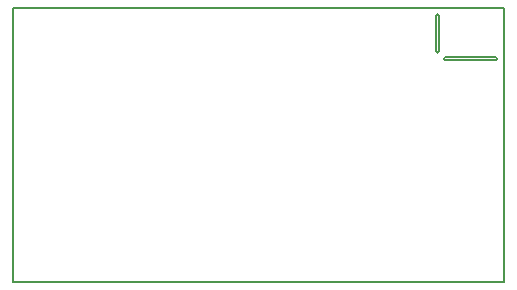
<source format=gbr>
G04 #@! TF.FileFunction,Profile,NP*
%FSLAX46Y46*%
G04 Gerber Fmt 4.6, Leading zero omitted, Abs format (unit mm)*
G04 Created by KiCad (PCBNEW 0.201512021501+6340~38~ubuntu15.10.1-stable) date Sun 06 Dec 2015 12:21:56 AM EST*
%MOMM*%
G01*
G04 APERTURE LIST*
%ADD10C,0.100000*%
%ADD11C,0.150000*%
G04 APERTURE END LIST*
D10*
D11*
X167894000Y-92456000D02*
G75*
G03X167894000Y-92202000I0J127000D01*
G01*
X163576000Y-92202000D02*
G75*
G03X163576000Y-92456000I0J-127000D01*
G01*
X162814000Y-91694000D02*
G75*
G03X163068000Y-91694000I127000J0D01*
G01*
X163068000Y-88646000D02*
G75*
G03X162814000Y-88646000I-127000J0D01*
G01*
X163576000Y-92456000D02*
X167894000Y-92456000D01*
X162814000Y-88646000D02*
X162814000Y-91694000D01*
X163068000Y-91694000D02*
X163068000Y-88646000D01*
X167894000Y-92202000D02*
X163576000Y-92202000D01*
X168529000Y-111252000D02*
X127000000Y-111252000D01*
X127000000Y-111252000D02*
X127000000Y-88011000D01*
X168529000Y-88011000D02*
X168529000Y-111252000D01*
X127000000Y-88011000D02*
X168529000Y-88011000D01*
M02*

</source>
